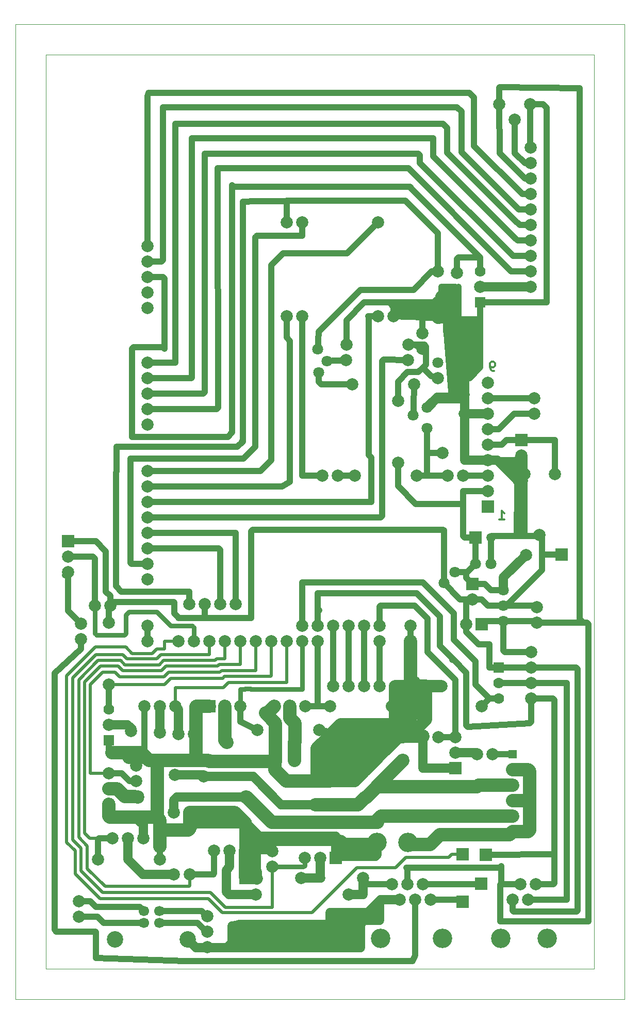
<source format=gbr>
G04 #@! TF.FileFunction,Copper,L1,Top,Signal*
%FSLAX46Y46*%
G04 Gerber Fmt 4.6, Leading zero omitted, Abs format (unit mm)*
G04 Created by KiCad (PCBNEW 4.0.7) date 03/29/18 17:50:05*
%MOMM*%
%LPD*%
G01*
G04 APERTURE LIST*
%ADD10C,0.150000*%
%ADD11C,0.300000*%
%ADD12C,0.100000*%
%ADD13C,1.800000*%
%ADD14C,2.000000*%
%ADD15R,2.000000X2.000000*%
%ADD16C,1.778000*%
%ADD17R,1.778000X1.778000*%
%ADD18C,1.524000*%
%ADD19C,1.500000*%
%ADD20C,2.200000*%
%ADD21C,1.700000*%
%ADD22C,2.700020*%
%ADD23C,3.200000*%
%ADD24R,1.397000X1.397000*%
%ADD25C,1.397000*%
%ADD26R,1.800000X1.800000*%
%ADD27C,1.000000*%
%ADD28C,1.500000*%
%ADD29C,2.200000*%
%ADD30C,2.000000*%
%ADD31C,0.750000*%
%ADD32C,0.500000*%
G04 APERTURE END LIST*
D10*
D11*
X99418828Y-101287971D02*
X100275971Y-101287971D01*
X99847399Y-101287971D02*
X99847399Y-99787971D01*
X99990256Y-100002257D01*
X100133114Y-100145114D01*
X100275971Y-100216543D01*
X98583714Y-76840471D02*
X98297999Y-76840471D01*
X98155142Y-76769043D01*
X98083714Y-76697614D01*
X97940856Y-76483329D01*
X97869428Y-76197614D01*
X97869428Y-75626186D01*
X97940856Y-75483329D01*
X98012285Y-75411900D01*
X98155142Y-75340471D01*
X98440856Y-75340471D01*
X98583714Y-75411900D01*
X98655142Y-75483329D01*
X98726571Y-75626186D01*
X98726571Y-75983329D01*
X98655142Y-76126186D01*
X98583714Y-76197614D01*
X98440856Y-76269043D01*
X98155142Y-76269043D01*
X98012285Y-76197614D01*
X97940856Y-76126186D01*
X97869428Y-75983329D01*
D12*
X115000000Y-25000000D02*
X25000000Y-25000000D01*
X115000000Y-175000000D02*
X115000000Y-25000000D01*
X25000000Y-175000000D02*
X115000000Y-175000000D01*
X25000000Y-25000000D02*
X25000000Y-175000000D01*
X20000000Y-180000000D02*
X20000000Y-20000000D01*
X120000000Y-180000000D02*
X20000000Y-180000000D01*
X120000000Y-20000000D02*
X120000000Y-180000000D01*
X20000000Y-20000000D02*
X120000000Y-20000000D01*
D13*
X89289780Y-75519860D03*
D14*
X103814000Y-107051000D03*
D15*
X109609780Y-107016460D03*
D14*
X64548000Y-52483000D03*
X67088000Y-52483000D03*
X41688000Y-85630000D03*
X41688000Y-83090000D03*
X41688000Y-80550000D03*
X41688000Y-78010000D03*
X41688000Y-75470000D03*
X41690000Y-66540000D03*
X41690000Y-64000000D03*
X41690000Y-61460000D03*
X41690000Y-58920000D03*
X41690000Y-56380000D03*
X41688000Y-118650000D03*
X41688000Y-121190000D03*
X69628000Y-121190000D03*
X67088000Y-121190000D03*
X64548000Y-121190000D03*
X62008000Y-121190000D03*
X59468000Y-121190000D03*
X56928000Y-121190000D03*
X54388000Y-121190000D03*
X51848000Y-121190000D03*
X49308000Y-121190000D03*
X46768000Y-121190000D03*
X72168000Y-118650000D03*
X74708000Y-118650000D03*
X77248000Y-118650000D03*
X79788000Y-118650000D03*
X84868000Y-121190000D03*
X84868000Y-118650000D03*
X89289780Y-60559860D03*
X89289780Y-65639860D03*
X89289780Y-68179860D03*
X104546400Y-63100200D03*
X104546400Y-60560200D03*
X104546400Y-58020200D03*
X104546400Y-55480200D03*
X104546400Y-52940200D03*
X104546400Y-50400200D03*
X104546400Y-47860200D03*
X104546400Y-45320200D03*
X104546400Y-42780200D03*
X104546400Y-40240200D03*
D16*
X96298000Y-60484000D03*
D14*
X96298000Y-63024000D03*
D17*
X96298000Y-65564000D03*
D14*
X41688000Y-111030000D03*
X41688000Y-108490000D03*
X41688000Y-105950000D03*
X41688000Y-103410000D03*
X41688000Y-100870000D03*
X41688000Y-98330000D03*
X41688000Y-95790000D03*
X41688000Y-93250000D03*
X104495600Y-33052000D03*
X101955600Y-35592000D03*
X99415600Y-33052000D03*
X64548000Y-67850000D03*
X67088000Y-67850000D03*
X79536180Y-52482660D03*
X79536180Y-67849660D03*
X82076180Y-67849660D03*
X74282300Y-75057000D03*
X84442300Y-75057000D03*
X75311000Y-79095600D03*
X85471000Y-79095600D03*
D15*
X97568000Y-99092000D03*
D14*
X97568000Y-96552000D03*
X97568000Y-94012000D03*
X97568000Y-91472000D03*
X97568000Y-88932000D03*
X97568000Y-86392000D03*
X97568000Y-83852000D03*
X97568000Y-81312000D03*
X97568000Y-78772000D03*
D13*
X69632360Y-73310320D03*
X71154180Y-75215660D03*
X69759360Y-77120320D03*
X87537180Y-86264660D03*
X85251180Y-84105660D03*
X87535000Y-82836000D03*
D14*
X72930000Y-94012000D03*
X70390000Y-94012000D03*
X90964000Y-94012000D03*
X93504000Y-94012000D03*
X90052318Y-90333499D03*
X93527242Y-80786221D03*
D15*
X103005780Y-88220460D03*
D14*
X103005780Y-90760460D03*
X105188000Y-83852000D03*
X105188000Y-81312000D03*
X92488000Y-60738000D03*
D18*
X92488000Y-70898000D03*
D15*
X95536000Y-104172000D03*
D19*
X98076000Y-104172000D03*
D13*
X95536000Y-108490000D03*
X98076000Y-108490000D03*
D14*
X72136000Y-128556000D03*
X74676000Y-128556000D03*
X77216000Y-128556000D03*
X79756000Y-128556000D03*
X82296000Y-128556000D03*
X84836000Y-128556000D03*
X87376000Y-128556000D03*
X89916000Y-128556000D03*
D13*
X100108000Y-112808000D03*
X100108000Y-115348000D03*
X100108000Y-117888000D03*
D15*
X95028000Y-111792000D03*
D14*
X95028000Y-114332000D03*
D13*
X90319974Y-111674026D03*
X92116026Y-109877974D03*
D15*
X96520000Y-118396000D03*
D14*
X93980000Y-118396000D03*
X105571180Y-118141660D03*
X105571180Y-115601660D03*
X75724000Y-94012000D03*
X85884000Y-94012000D03*
X48546000Y-115094000D03*
X51086000Y-115094000D03*
X53626000Y-115094000D03*
X56166000Y-115094000D03*
X104648000Y-122968000D03*
X104648000Y-125508000D03*
X104648000Y-128048000D03*
X104648000Y-130588000D03*
X67088000Y-118650000D03*
X69628000Y-118650000D03*
D16*
X99314000Y-130588000D03*
X99314000Y-128048000D03*
D17*
X99314000Y-125508000D03*
D14*
X86360000Y-131858000D03*
X96520000Y-131858000D03*
X67596000Y-131858000D03*
X65056000Y-131858000D03*
X62516000Y-131858000D03*
X46260000Y-131858000D03*
X43720000Y-131858000D03*
X41180000Y-131858000D03*
X35871400Y-153600400D03*
X38411400Y-153600400D03*
X40951400Y-153600400D03*
X35312600Y-142932400D03*
X35312600Y-145472400D03*
X35312600Y-148012400D03*
X52584600Y-155607000D03*
X55124600Y-155607000D03*
X57664600Y-155607000D03*
X56928000Y-131858000D03*
X54388000Y-131858000D03*
D15*
X51848000Y-131858000D03*
D14*
X67443600Y-156750000D03*
X69983600Y-156750000D03*
D15*
X72523600Y-156750000D03*
D16*
X35338000Y-132366000D03*
D14*
X35338000Y-134906000D03*
D17*
X35338000Y-137446000D03*
D14*
X71660000Y-131858000D03*
X81820000Y-131858000D03*
X59696600Y-135795000D03*
X69856600Y-135795000D03*
X50893502Y-143425702D03*
X43709298Y-136241498D03*
X35338000Y-128302000D03*
X35338000Y-118142000D03*
X46118302Y-143171702D03*
X38934098Y-135987498D03*
X45955200Y-159518600D03*
X45955200Y-149358600D03*
X66910200Y-160128200D03*
X77070200Y-160128200D03*
X33560000Y-157004000D03*
X43720000Y-157004000D03*
X39783000Y-141611600D03*
X39783000Y-144151600D03*
X65792600Y-140798800D03*
D20*
X83572600Y-140798800D03*
X69290262Y-148031495D03*
X54725738Y-137833305D03*
X40087800Y-146767800D03*
X57867800Y-146767800D03*
D14*
X49310180Y-136429660D03*
X46770180Y-136429660D03*
X62135000Y-155657800D03*
X62135000Y-158197800D03*
X48571400Y-159493200D03*
X48571400Y-149333200D03*
X59417200Y-162795200D03*
X74657200Y-162795200D03*
X92202000Y-136938000D03*
X92202000Y-139478000D03*
D15*
X92202000Y-142018000D03*
D21*
X43570000Y-165501000D03*
X41030000Y-165501000D03*
X41030000Y-167499980D03*
X43570000Y-167499980D03*
D22*
X48299480Y-170200000D03*
X36300520Y-170200000D03*
D23*
X90080000Y-170000000D03*
X79920000Y-170000000D03*
D14*
X81825000Y-161110000D03*
X84365000Y-161110000D03*
X86905000Y-161110000D03*
X83095000Y-163650000D03*
X85635000Y-163650000D03*
X88175000Y-163650000D03*
D24*
X101600000Y-139732000D03*
D25*
X101600000Y-142272000D03*
X101600000Y-144812000D03*
X101600000Y-147352000D03*
X101600000Y-149892000D03*
X101600000Y-152432000D03*
D23*
X107310000Y-170000000D03*
X99690000Y-170000000D03*
D14*
X101595000Y-163650000D03*
X105405000Y-161110000D03*
X102865000Y-161110000D03*
X104135000Y-163650000D03*
X28609180Y-109886660D03*
X28609180Y-107346660D03*
D15*
X28609180Y-104806660D03*
D14*
X86868000Y-136938000D03*
X89408000Y-136938000D03*
X98298000Y-139732000D03*
X95758000Y-139732000D03*
X33020000Y-115348000D03*
X35560000Y-115348000D03*
X30708600Y-120885200D03*
X30708600Y-118345200D03*
X79781400Y-121190000D03*
D15*
X93400000Y-156200000D03*
X93400000Y-164000000D03*
X96400000Y-161000000D03*
X97189180Y-156241660D03*
D14*
X30400000Y-166470000D03*
X30400000Y-163930000D03*
X51460400Y-171475400D03*
X51460400Y-168935400D03*
X51460400Y-166395400D03*
X89289780Y-78059860D03*
X74320400Y-72580500D03*
X84480400Y-72580500D03*
X82804000Y-91948000D03*
X82804000Y-81788000D03*
X86749780Y-73259860D03*
X86749780Y-70719860D03*
D15*
X57759600Y-160058100D03*
D26*
X56616600Y-167944800D03*
D23*
X79350000Y-154290000D03*
X84430000Y-154290000D03*
D14*
X108513780Y-93808460D03*
X106013780Y-103808460D03*
X103513780Y-93808460D03*
D27*
X41688000Y-78010000D02*
X48853320Y-78010000D01*
X88569800Y-38732480D02*
X88569800Y-41637200D01*
X88527780Y-38690460D02*
X88569800Y-38732480D01*
X48903780Y-38690460D02*
X88527780Y-38690460D01*
X48903780Y-77959540D02*
X48903780Y-38690460D01*
X48853320Y-78010000D02*
X48903780Y-77959540D01*
X102396180Y-94900660D02*
X102396180Y-100006060D01*
X102243780Y-100158460D02*
X102243780Y-103918000D01*
X102396180Y-100006060D02*
X102243780Y-100158460D01*
X103513780Y-93808460D02*
X103513780Y-103513780D01*
X103513780Y-103513780D02*
X103918000Y-103918000D01*
X102902000Y-95406480D02*
X102902000Y-103918000D01*
X103005780Y-103714460D02*
X103005780Y-103918000D01*
X103005780Y-103814220D02*
X103005780Y-103714460D01*
X102902000Y-103918000D02*
X103005780Y-103814220D01*
X102902000Y-90710000D02*
X103209320Y-90710000D01*
X103209320Y-90710000D02*
X103513780Y-91014460D01*
X103513780Y-91014460D02*
X103513780Y-93808460D01*
X105442000Y-88170000D02*
X108543320Y-88170000D01*
X102902000Y-88170000D02*
X105442000Y-88170000D01*
X108513780Y-88199540D02*
X108513780Y-93808460D01*
X108543320Y-88170000D02*
X108513780Y-88199540D01*
X106458000Y-107016460D02*
X109609780Y-107016460D01*
D28*
X102902000Y-93122660D02*
X102902000Y-95406480D01*
X102902000Y-95406480D02*
X103407820Y-94900660D01*
X102902000Y-90710000D02*
X102902000Y-93122660D01*
X102902000Y-93122660D02*
X102902000Y-94394840D01*
X102902000Y-94394840D02*
X102396180Y-94900660D01*
X102396180Y-94900660D02*
X102396180Y-94776180D01*
X102396180Y-94776180D02*
X99092000Y-91472000D01*
X99092000Y-91472000D02*
X97568000Y-91472000D01*
X100108000Y-112808000D02*
X100108000Y-110757000D01*
X100108000Y-110757000D02*
X103814000Y-107051000D01*
X43709298Y-136241498D02*
X43709298Y-131868702D01*
X43709298Y-131868702D02*
X43720000Y-131858000D01*
X46770180Y-136429660D02*
X46770180Y-132368180D01*
X46770180Y-132368180D02*
X46260000Y-131858000D01*
D27*
X35871400Y-153600400D02*
X33687000Y-153600400D01*
X33687000Y-153600400D02*
X33560000Y-153727400D01*
X33560000Y-153727400D02*
X33560000Y-157004000D01*
X48571400Y-159493200D02*
X52457600Y-159493200D01*
X52457600Y-159493200D02*
X52584600Y-159366200D01*
X52584600Y-159366200D02*
X52584600Y-155607000D01*
X41688000Y-93250000D02*
X60231840Y-93250000D01*
X74456180Y-57562660D02*
X79536180Y-52482660D01*
X63915180Y-57562660D02*
X74456180Y-57562660D01*
X62010180Y-59467660D02*
X63915180Y-57562660D01*
X62010180Y-91471660D02*
X62010180Y-59467660D01*
X60231840Y-93250000D02*
X62010180Y-91471660D01*
X59343180Y-88169660D02*
X59343180Y-89312660D01*
X59343180Y-63783480D02*
X59343180Y-88169660D01*
X59343180Y-89312660D02*
X57438180Y-91217660D01*
X59343180Y-63783480D02*
X59343180Y-54895660D01*
X59597180Y-54641660D02*
X62772180Y-54641660D01*
X36610180Y-89312660D02*
X36610180Y-93376660D01*
X36610180Y-93376660D02*
X36483180Y-93503660D01*
X36483180Y-112172660D02*
X36483180Y-93503660D01*
X37372520Y-113062000D02*
X36483180Y-112172660D01*
X48546000Y-113062000D02*
X37372520Y-113062000D01*
X48546000Y-115094000D02*
X48546000Y-113062000D01*
X56422180Y-89312660D02*
X36610180Y-89312660D01*
X56422180Y-89312660D02*
X57311180Y-88423660D01*
X38896180Y-108362660D02*
X39023520Y-108490000D01*
X41688000Y-108490000D02*
X39023520Y-108490000D01*
X57438180Y-91217660D02*
X38896180Y-91217660D01*
X38896180Y-91217660D02*
X38896180Y-108362660D01*
X59343180Y-63783480D02*
X59345360Y-63785660D01*
X64548000Y-67850000D02*
X64548000Y-71403480D01*
X64548000Y-71403480D02*
X65058180Y-71913660D01*
X67088000Y-54641660D02*
X62772180Y-54641660D01*
X67088000Y-52483000D02*
X67088000Y-54641660D01*
X62772180Y-54641660D02*
X61756180Y-54641660D01*
X57311180Y-88423660D02*
X57186360Y-88423660D01*
X57186360Y-88423660D02*
X57311180Y-88423660D01*
X57311180Y-49054000D02*
X57311180Y-88423660D01*
X64548000Y-49051480D02*
X64548000Y-48926660D01*
X64548000Y-48926660D02*
X64548000Y-52483000D01*
X59468000Y-49051480D02*
X57311180Y-49054000D01*
X59468000Y-49051480D02*
X64548000Y-49051480D01*
X35560000Y-115348000D02*
X35560000Y-113789480D01*
X33181180Y-104806660D02*
X28609180Y-104806660D01*
X34832180Y-106457660D02*
X33181180Y-104806660D01*
X34832180Y-113061660D02*
X34832180Y-106457660D01*
X35560000Y-113789480D02*
X34832180Y-113061660D01*
X28609180Y-109886660D02*
X28609180Y-116245780D01*
X28609180Y-116245780D02*
X30708600Y-118345200D01*
X33020000Y-115348000D02*
X33020000Y-107693480D01*
X32673180Y-107346660D02*
X28609180Y-107346660D01*
X33020000Y-107693480D02*
X32673180Y-107346660D01*
X82076180Y-66325660D02*
X82736580Y-66325660D01*
X82736580Y-66325660D02*
X82939780Y-66528860D01*
X82076180Y-67849660D02*
X82076180Y-66325660D01*
X82076180Y-66325660D02*
X81390380Y-65639860D01*
X79536180Y-67849660D02*
X77885180Y-67849660D01*
X77952600Y-68399680D02*
X77952600Y-90639900D01*
X78397100Y-91084400D02*
X78397100Y-98330000D01*
X77952600Y-90639900D02*
X78397100Y-91084400D01*
X78397100Y-98330000D02*
X41942000Y-98330000D01*
X77952600Y-67917080D02*
X77952600Y-68399680D01*
X77885180Y-67849660D02*
X77952600Y-67917080D01*
X89289780Y-60559860D02*
X88349980Y-60559860D01*
X69755000Y-70391840D02*
X69632360Y-73310320D01*
X76615180Y-63531660D02*
X69755000Y-70391840D01*
X85378180Y-63531660D02*
X76615180Y-63531660D01*
X88349980Y-60559860D02*
X85378180Y-63531660D01*
X89289780Y-60559860D02*
X89289780Y-54235260D01*
X83981180Y-48926660D02*
X64677180Y-48926660D01*
X89289780Y-54235260D02*
X83981180Y-48926660D01*
X82177780Y-67290860D02*
X88400780Y-67290860D01*
X88400780Y-67290860D02*
X89289780Y-68179860D01*
X82939780Y-66528860D02*
X89238860Y-66528860D01*
X89238860Y-66528860D02*
X89350000Y-66640000D01*
X82076180Y-67849660D02*
X89289780Y-68179860D01*
X82076180Y-67849660D02*
X82177780Y-67290860D01*
X82177780Y-67290860D02*
X82939780Y-66528860D01*
X82939780Y-66528860D02*
X83828780Y-65639860D01*
X74320400Y-72580500D02*
X74320400Y-68544240D01*
X74320400Y-68544240D02*
X77224780Y-65639860D01*
X77224780Y-65639860D02*
X81390380Y-65639860D01*
X81390380Y-65639860D02*
X83828780Y-65639860D01*
X83828780Y-65639860D02*
X89289780Y-65639860D01*
X89289780Y-68179860D02*
X86749780Y-68179860D01*
X86749780Y-68179860D02*
X86749780Y-70719860D01*
X85479780Y-72580500D02*
X86749780Y-73259860D01*
X90052318Y-90333499D02*
X87535000Y-90333499D01*
D28*
X93527242Y-80786221D02*
X93516141Y-80786221D01*
X93516141Y-80786221D02*
X92659200Y-79929280D01*
X92659200Y-79929280D02*
X92659200Y-77756000D01*
X84430000Y-154290000D02*
X87760800Y-154290000D01*
X87760800Y-154290000D02*
X88036400Y-154565600D01*
X73793600Y-154565600D02*
X76623800Y-154565600D01*
X76623800Y-154565600D02*
X77849100Y-155790900D01*
X79350000Y-154290000D02*
X74069200Y-154290000D01*
D29*
X73793600Y-154565600D02*
X73285600Y-154057600D01*
D28*
X74069200Y-154290000D02*
X73793600Y-154565600D01*
X79350000Y-154290000D02*
X79350000Y-156273100D01*
X79350000Y-156273100D02*
X79121000Y-156502100D01*
D27*
X89289780Y-78059860D02*
X88190000Y-77674400D01*
X88190000Y-77674400D02*
X86868000Y-76352400D01*
X87535000Y-82836000D02*
X87535000Y-82495000D01*
X87535000Y-82495000D02*
X89140000Y-80890000D01*
X89140000Y-80890000D02*
X93758000Y-80890000D01*
X90710000Y-69690000D02*
X91535780Y-80225860D01*
X91535780Y-80225860D02*
X91789780Y-80479860D01*
X87535000Y-82836000D02*
X88044000Y-82836000D01*
X88044000Y-82836000D02*
X89190000Y-81690000D01*
X89190000Y-81690000D02*
X93758000Y-81690000D01*
D30*
X89289780Y-68179860D02*
X90710000Y-68000000D01*
X90710000Y-68000000D02*
X89350000Y-66640000D01*
X89350000Y-66640000D02*
X89340000Y-66640000D01*
X89289780Y-65639860D02*
X89948000Y-65460000D01*
X89948000Y-65460000D02*
X89948000Y-64706500D01*
D27*
X41690000Y-61460000D02*
X44210000Y-61460000D01*
X44482000Y-65310000D02*
X44482000Y-73184000D01*
X44482000Y-73184000D02*
X44228000Y-72930000D01*
X44228000Y-72930000D02*
X39402000Y-72930000D01*
X39402000Y-72930000D02*
X39148000Y-73184000D01*
X39148000Y-73184000D02*
X39148000Y-87662000D01*
X44482000Y-61732000D02*
X44482000Y-65310000D01*
X44210000Y-61460000D02*
X44482000Y-61732000D01*
X41690000Y-58920000D02*
X43960000Y-58920000D01*
X102641400Y-50400200D02*
X101879400Y-49638200D01*
X93199200Y-40958000D02*
X93199200Y-34271200D01*
X44228000Y-33560000D02*
X92488000Y-33560000D01*
X44194000Y-58686000D02*
X44228000Y-33560000D01*
X101879400Y-49638200D02*
X93199200Y-40958000D01*
X93199200Y-34271200D02*
X92488000Y-33560000D01*
X102641400Y-50400200D02*
X104546400Y-50400200D01*
X43960000Y-58920000D02*
X44194000Y-58686000D01*
X75311000Y-79095600D02*
X70180200Y-79095600D01*
X70180200Y-79095600D02*
X69755000Y-78670400D01*
X84480400Y-72580500D02*
X84264500Y-72580500D01*
X84480400Y-72580500D02*
X85479780Y-72580500D01*
X85479780Y-72580500D02*
X87096600Y-72580500D01*
X87096600Y-72580500D02*
X87401400Y-72885300D01*
X104546400Y-52940200D02*
X102768400Y-52940200D01*
X90862400Y-36989000D02*
X90202000Y-36328600D01*
X101955600Y-52127400D02*
X90862400Y-41034200D01*
X46260000Y-36328600D02*
X90202000Y-36328600D01*
X46260000Y-75470000D02*
X41688000Y-75470000D01*
X46260000Y-75470000D02*
X46260000Y-36328600D01*
X90862400Y-41034200D02*
X90862400Y-36989000D01*
X102768400Y-52940200D02*
X101955600Y-52127400D01*
X104546400Y-55480200D02*
X102412800Y-55480200D01*
X102069900Y-55137300D02*
X88569800Y-41637200D01*
X102412800Y-55480200D02*
X102069900Y-55137300D01*
X104546400Y-60560200D02*
X101390700Y-60560200D01*
X99606100Y-58775600D02*
X99606100Y-58769500D01*
X101390700Y-60560200D02*
X99606100Y-58775600D01*
D30*
X59436000Y-160058100D02*
X59436000Y-159067500D01*
X59436000Y-159067500D02*
X59283600Y-158915100D01*
X57759600Y-160058100D02*
X59436000Y-160058100D01*
X59436000Y-160058100D02*
X59588400Y-160210500D01*
X57664600Y-155607000D02*
X57664600Y-159963100D01*
X57664600Y-159963100D02*
X57759600Y-160058100D01*
X57759600Y-160058100D02*
X58140600Y-160058100D01*
X58140600Y-160058100D02*
X59283600Y-158915100D01*
X59283600Y-158915100D02*
X59283600Y-155674378D01*
D31*
X37846000Y-120174000D02*
X38100000Y-119920000D01*
X56928000Y-129064000D02*
X57676800Y-129064000D01*
X58572400Y-129057400D02*
X58572400Y-129064000D01*
X57683400Y-129057400D02*
X58572400Y-129057400D01*
X57676800Y-129064000D02*
X57683400Y-129057400D01*
D27*
X62135000Y-154863800D02*
X57715400Y-154863800D01*
X57715400Y-154825700D02*
X57664600Y-155607000D01*
X57715400Y-154863800D02*
X57715400Y-154825700D01*
X62135000Y-155657800D02*
X62135000Y-154863800D01*
X62135000Y-154863800D02*
X62135000Y-154831800D01*
X62135000Y-154831800D02*
X62909200Y-154057600D01*
X72523600Y-155790900D02*
X77849100Y-155790900D01*
X77849100Y-155790900D02*
X78409800Y-155790900D01*
X78409800Y-155790900D02*
X79121000Y-156502100D01*
X79121000Y-156502100D02*
X79121000Y-156750000D01*
X72523600Y-156750000D02*
X79121000Y-156750000D01*
X79121000Y-156750000D02*
X79089000Y-156750000D01*
X79089000Y-156750000D02*
X79121000Y-156718000D01*
D32*
X76047600Y-158369000D02*
X82423000Y-158369000D01*
X82423000Y-158369000D02*
X84099400Y-156692600D01*
D30*
X83547200Y-134982200D02*
X82302100Y-134982200D01*
X82302100Y-134982200D02*
X79286100Y-137998200D01*
X72168000Y-136252200D02*
X80854800Y-136252200D01*
X80854800Y-136252200D02*
X82219800Y-137617200D01*
X79286100Y-137998200D02*
X72796400Y-137998200D01*
X72796400Y-137998200D02*
X71609200Y-136811000D01*
X79286100Y-137998200D02*
X80562450Y-139274550D01*
X69551800Y-138868400D02*
X78251300Y-138868400D01*
X78251300Y-138868400D02*
X79609950Y-140227050D01*
X69551800Y-140055600D02*
X77190600Y-140055600D01*
X77190600Y-140055600D02*
X78486000Y-141351000D01*
X69551800Y-142836900D02*
X75895200Y-142836900D01*
X75933300Y-142798800D02*
X75933300Y-143903700D01*
X75895200Y-142836900D02*
X75933300Y-142798800D01*
X69551800Y-141611600D02*
X76232000Y-141611600D01*
X76232000Y-141611600D02*
X77228700Y-142608300D01*
X71558400Y-144177000D02*
X75660000Y-144177000D01*
X75660000Y-144177000D02*
X75933300Y-143903700D01*
D29*
X71558400Y-144177000D02*
X69551800Y-144177000D01*
D30*
X75933300Y-143903700D02*
X77228700Y-142608300D01*
X77228700Y-142608300D02*
X78486000Y-141351000D01*
X78486000Y-141351000D02*
X79609950Y-140227050D01*
X79609950Y-140227050D02*
X80562450Y-139274550D01*
X80562450Y-139274550D02*
X82219800Y-137617200D01*
X82219800Y-137617200D02*
X82974677Y-136862323D01*
D29*
X82974677Y-136862323D02*
X84659030Y-136828970D01*
D28*
X76790550Y-166820850D02*
X72675750Y-166820850D01*
X72675750Y-166820850D02*
X71628000Y-165773100D01*
X77851000Y-165760400D02*
X71640700Y-165760400D01*
X71640700Y-165760400D02*
X71628000Y-165773100D01*
X71628000Y-165773100D02*
X71628000Y-167944800D01*
X79800000Y-166014400D02*
X78638400Y-166014400D01*
X78613000Y-166039800D02*
X78613000Y-164998400D01*
X78638400Y-166014400D02*
X78613000Y-166039800D01*
X76055200Y-167944800D02*
X76055200Y-167556200D01*
X76055200Y-167556200D02*
X76790550Y-166820850D01*
X76790550Y-166820850D02*
X77851000Y-165760400D01*
X78613000Y-164998400D02*
X77851000Y-165760400D01*
X79800000Y-163811400D02*
X78613000Y-164998400D01*
X79800000Y-163811400D02*
X79800000Y-163800000D01*
X55575200Y-167944800D02*
X55575200Y-170637200D01*
X54712400Y-171500000D02*
X54635400Y-171500000D01*
X55575200Y-170637200D02*
X54712400Y-171500000D01*
X54635400Y-171500000D02*
X54635400Y-171500000D01*
X55575200Y-167944800D02*
X56616600Y-167944800D01*
X56616600Y-170535600D02*
X76264400Y-170535600D01*
X76264400Y-170535600D02*
X76600000Y-170200000D01*
X56616600Y-169545000D02*
X76600000Y-169545000D01*
X76600000Y-169545000D02*
X76600000Y-170200000D01*
D30*
X56616600Y-167944800D02*
X71628000Y-167944800D01*
X71628000Y-167944800D02*
X76055200Y-167944800D01*
X76055200Y-167944800D02*
X76600000Y-167400000D01*
X56616600Y-167944800D02*
X56616600Y-170535600D01*
X56616600Y-170535600D02*
X56616600Y-169545000D01*
X56616600Y-169545000D02*
X56616600Y-170611800D01*
D32*
X68649600Y-165767000D02*
X76047600Y-158369000D01*
X68173600Y-165767000D02*
X68649600Y-165767000D01*
X91577000Y-156200000D02*
X93400000Y-156200000D01*
X91084400Y-156692600D02*
X91577000Y-156200000D01*
X84099400Y-156692600D02*
X91084400Y-156692600D01*
X84574900Y-158400000D02*
X84365000Y-158400000D01*
D27*
X93758000Y-78016600D02*
X94538300Y-78016600D01*
X94538300Y-78016600D02*
X96298000Y-76256900D01*
X96298000Y-70898000D02*
X96298000Y-76256900D01*
X96298000Y-76256900D02*
X95402400Y-77152500D01*
X95402400Y-77152500D02*
X95402400Y-71589900D01*
X95402400Y-71589900D02*
X94202500Y-70390000D01*
D28*
X93758000Y-84106000D02*
X93758000Y-81690000D01*
X93758000Y-81690000D02*
X93758000Y-80890000D01*
X93758000Y-80890000D02*
X93758000Y-81527900D01*
X93758000Y-81527900D02*
X93758000Y-80003900D01*
X93758000Y-80003900D02*
X93758000Y-79305400D01*
X93758000Y-79305400D02*
X93758000Y-78016600D01*
X93758000Y-78016600D02*
X93497400Y-77756000D01*
X93758000Y-91472000D02*
X93758000Y-84106000D01*
X93758000Y-84106000D02*
X93504000Y-83852000D01*
X97568000Y-91472000D02*
X93758000Y-91472000D01*
X97568000Y-83852000D02*
X93504000Y-83852000D01*
D27*
X91789780Y-80479860D02*
X90964000Y-71952100D01*
X91789780Y-80479860D02*
X90964000Y-71406000D01*
X90964000Y-71406000D02*
X91472000Y-70898000D01*
X91846980Y-80375860D02*
X91897200Y-71488800D01*
X91897200Y-71488800D02*
X92488000Y-70898000D01*
X92659200Y-77756000D02*
X92659200Y-71069200D01*
X92659200Y-71069200D02*
X92488000Y-70898000D01*
X93497400Y-77756000D02*
X93497400Y-71272900D01*
X93497400Y-71272900D02*
X93872300Y-70898000D01*
X94411800Y-77756000D02*
X94411800Y-71437500D01*
X94411800Y-71437500D02*
X93872300Y-70898000D01*
X93872300Y-70898000D02*
X93758000Y-70898000D01*
X82804000Y-91948000D02*
X82804000Y-95783400D01*
X85699600Y-98679000D02*
X93504000Y-98679000D01*
X82804000Y-95783400D02*
X85699600Y-98679000D01*
X87401400Y-72885300D02*
X87401400Y-75819000D01*
X87401400Y-75819000D02*
X86868000Y-76352400D01*
X82804000Y-81788000D02*
X82804000Y-78625700D01*
X82804000Y-78625700D02*
X84353400Y-77076300D01*
X84353400Y-77076300D02*
X86144100Y-77076300D01*
X86144100Y-77076300D02*
X86868000Y-76352400D01*
X112649000Y-114033300D02*
X112649000Y-117602000D01*
X112649000Y-117602000D02*
X113189000Y-118142000D01*
X79536180Y-67849660D02*
X79244080Y-67849660D01*
X93421200Y-77756000D02*
X93497400Y-77756000D01*
X93497400Y-77756000D02*
X94411800Y-77756000D01*
D30*
X89289780Y-68179860D02*
X89289780Y-65639860D01*
X84836000Y-128556000D02*
X84836000Y-131858000D01*
X84175600Y-131902200D02*
X84175600Y-131858000D01*
X84791800Y-131902200D02*
X84175600Y-131902200D01*
X84836000Y-131858000D02*
X84791800Y-131902200D01*
X84836000Y-128556000D02*
X84836000Y-129387600D01*
X82296000Y-131927600D02*
X81820000Y-131858000D01*
X84836000Y-129387600D02*
X82296000Y-131927600D01*
X82296000Y-128556000D02*
X83058000Y-128556000D01*
X83058000Y-128556000D02*
X86360000Y-131858000D01*
X82296000Y-133070600D02*
X86334600Y-133070600D01*
X86334600Y-133070600D02*
X87376000Y-134112000D01*
X87376000Y-128556000D02*
X87376000Y-134112000D01*
X87376000Y-134112000D02*
X84659030Y-136828970D01*
X82296000Y-128556000D02*
X89916000Y-128556000D01*
X82296000Y-128556000D02*
X82296000Y-133070600D01*
X82296000Y-133070600D02*
X82296000Y-133731000D01*
X83547200Y-134982200D02*
X84106000Y-134982200D01*
X82296000Y-133731000D02*
X83547200Y-134982200D01*
D27*
X82296000Y-128556000D02*
X84836000Y-128556000D01*
X51460400Y-168935400D02*
X51308000Y-168935400D01*
X49872580Y-167499980D02*
X43570000Y-167499980D01*
X51308000Y-168935400D02*
X49872580Y-167499980D01*
X51460400Y-166395400D02*
X51435000Y-166395400D01*
X50540600Y-165501000D02*
X43570000Y-165501000D01*
X51435000Y-166395400D02*
X50540600Y-165501000D01*
X30400000Y-163930000D02*
X32281800Y-163930000D01*
X40349600Y-164820600D02*
X41030000Y-165501000D01*
X33172400Y-164820600D02*
X40349600Y-164820600D01*
X32281800Y-163930000D02*
X33172400Y-164820600D01*
X41030000Y-167499980D02*
X34480180Y-167499980D01*
X33450200Y-166470000D02*
X30400000Y-166470000D01*
X34480180Y-167499980D02*
X33450200Y-166470000D01*
D28*
X76600000Y-171500000D02*
X57504800Y-171500000D01*
X76600000Y-171500000D02*
X76600000Y-170200000D01*
X57504800Y-171500000D02*
X54635400Y-171500000D01*
X54635400Y-171500000D02*
X49600000Y-171500000D01*
X48300000Y-170200000D02*
X49600000Y-171500000D01*
X48299480Y-170200000D02*
X48300000Y-170200000D01*
X76600000Y-167500000D02*
X76600000Y-167400000D01*
X76600000Y-167500000D02*
X76600000Y-170200000D01*
D27*
X33200000Y-173200000D02*
X33200000Y-169000000D01*
X47800000Y-173700000D02*
X33200000Y-173200000D01*
X85635000Y-163650000D02*
X85635000Y-172765000D01*
X85200000Y-173700000D02*
X85635000Y-172765000D01*
X47800000Y-173700000D02*
X85200000Y-173700000D01*
X26400000Y-168600000D02*
X26400000Y-159301200D01*
X26700000Y-168900000D02*
X26400000Y-168600000D01*
X33100000Y-168900000D02*
X26700000Y-168900000D01*
X33200000Y-169000000D02*
X33100000Y-168900000D01*
X26400000Y-154714800D02*
X26400000Y-159301200D01*
X30708600Y-120885200D02*
X30708600Y-122460000D01*
X26400000Y-126470000D02*
X26400000Y-154714800D01*
X30708600Y-122460000D02*
X26400000Y-126470000D01*
D28*
X76600000Y-167400000D02*
X77000000Y-167000000D01*
D27*
X79950000Y-163650000D02*
X79800000Y-163800000D01*
D28*
X79950000Y-163650000D02*
X83095000Y-163650000D01*
D27*
X77000000Y-167000000D02*
X76600000Y-167400000D01*
D28*
X79800000Y-167000000D02*
X77000000Y-167000000D01*
X79800000Y-163800000D02*
X79800000Y-166014400D01*
X79800000Y-166014400D02*
X79800000Y-167000000D01*
D27*
X88175000Y-163650000D02*
X93050000Y-163650000D01*
X93050000Y-163650000D02*
X93400000Y-164000000D01*
X97189180Y-156241660D02*
X108458000Y-156200000D01*
X86905000Y-161110000D02*
X96510000Y-161110000D01*
X96510000Y-161110000D02*
X96600000Y-161200000D01*
X99710000Y-161110000D02*
X99710000Y-158110000D01*
X99710000Y-158110000D02*
X99420000Y-158400000D01*
X99420000Y-158400000D02*
X84200000Y-158400000D01*
X84200000Y-158400000D02*
X84365000Y-158565000D01*
X84365000Y-158565000D02*
X84365000Y-158400000D01*
X84365000Y-158400000D02*
X84365000Y-161110000D01*
X85635000Y-163650000D02*
X85635000Y-166635000D01*
X81825000Y-161110000D02*
X77070200Y-161110000D01*
X112268000Y-164116000D02*
X112268000Y-165468000D01*
X101595000Y-165405000D02*
X101790000Y-165600000D01*
X112014000Y-125508000D02*
X112268000Y-125762000D01*
X104648000Y-125508000D02*
X112014000Y-125508000D01*
X112268000Y-125762000D02*
X112268000Y-164116000D01*
X101790000Y-165600000D02*
X112136000Y-165600000D01*
X101595000Y-165405000D02*
X101595000Y-163650000D01*
X112268000Y-165468000D02*
X112136000Y-165600000D01*
X105305000Y-161110000D02*
X108310000Y-161110000D01*
X108204000Y-130588000D02*
X108458000Y-130842000D01*
X108458000Y-130842000D02*
X108458000Y-156200000D01*
X108458000Y-156200000D02*
X108458000Y-159925000D01*
X108204000Y-130588000D02*
X104648000Y-130588000D01*
X108458000Y-160962000D02*
X108458000Y-159925000D01*
X108310000Y-161110000D02*
X108458000Y-160962000D01*
X100200000Y-161110000D02*
X99710000Y-161110000D01*
X99600000Y-161220000D02*
X99600000Y-167200000D01*
X99710000Y-161110000D02*
X99600000Y-161220000D01*
X112600000Y-167200000D02*
X99600000Y-167200000D01*
X113792000Y-118142000D02*
X114046000Y-118396000D01*
X114046000Y-118396000D02*
X114017760Y-140999361D01*
X113792000Y-118142000D02*
X113189000Y-118142000D01*
X114017760Y-166148000D02*
X114017760Y-166402000D01*
X114017760Y-140999361D02*
X114017760Y-166148000D01*
X114017760Y-166402000D02*
X114017760Y-167200000D01*
X112600000Y-167200000D02*
X114017760Y-167200000D01*
X113189000Y-118142000D02*
X105571180Y-118141660D01*
X100110000Y-161110000D02*
X100200000Y-161110000D01*
X100200000Y-161110000D02*
X102765000Y-161110000D01*
X110490000Y-163650000D02*
X110490000Y-162846000D01*
X104035000Y-163650000D02*
X109000000Y-163650000D01*
X110490000Y-128048000D02*
X110490000Y-158782000D01*
X110490000Y-128048000D02*
X104648000Y-128048000D01*
X110490000Y-162846000D02*
X110490000Y-158782000D01*
X109000000Y-163650000D02*
X110490000Y-163650000D01*
X95282000Y-39967400D02*
X95282000Y-32017200D01*
X103174800Y-47860200D02*
X95282000Y-39967400D01*
X104546400Y-47860200D02*
X103174800Y-47860200D01*
X94513400Y-31248600D02*
X89357200Y-31248600D01*
X95282000Y-32017200D02*
X94513400Y-31248600D01*
X56896000Y-46641000D02*
X84759800Y-46641000D01*
X55533180Y-46666400D02*
X56896000Y-46641000D01*
X84963000Y-46844200D02*
X84963000Y-46863000D01*
X84759800Y-46641000D02*
X84963000Y-46844200D01*
X54838600Y-87662000D02*
X54896000Y-87662000D01*
X54896000Y-87662000D02*
X55533180Y-86925400D01*
X84963000Y-46863000D02*
X96298000Y-58198000D01*
X28101180Y-110394660D02*
X28609180Y-109886660D01*
X92202000Y-136938000D02*
X92202000Y-127540000D01*
X79788000Y-115519200D02*
X79788000Y-118650000D01*
X79908400Y-115398800D02*
X79788000Y-115519200D01*
X85521800Y-115398800D02*
X79908400Y-115398800D01*
X87630000Y-117507000D02*
X85521800Y-115398800D01*
X87630000Y-122968000D02*
X87630000Y-117507000D01*
X92202000Y-127540000D02*
X87630000Y-122968000D01*
X79781400Y-121190000D02*
X79781400Y-128530600D01*
X79781400Y-128530600D02*
X79756000Y-128556000D01*
X91948000Y-124238000D02*
X89662000Y-121952000D01*
X69628000Y-113348000D02*
X69628000Y-118650000D01*
X69596000Y-113316000D02*
X69628000Y-113348000D01*
X85852000Y-113316000D02*
X69596000Y-113316000D01*
X89662000Y-117126000D02*
X85852000Y-113316000D01*
X89662000Y-121952000D02*
X89662000Y-117126000D01*
X67088000Y-114332000D02*
X67088000Y-111570000D01*
X67088000Y-118650000D02*
X67088000Y-114332000D01*
X91948000Y-120936000D02*
X93726000Y-122714000D01*
X91948000Y-116618000D02*
X91948000Y-120936000D01*
X86868000Y-111538000D02*
X91948000Y-116618000D01*
X67120000Y-111538000D02*
X86868000Y-111538000D01*
X67088000Y-111570000D02*
X67120000Y-111538000D01*
D31*
X49308000Y-121190000D02*
X49308000Y-118936000D01*
X33020000Y-119920000D02*
X33020000Y-115348000D01*
D32*
X33274000Y-120174000D02*
X33020000Y-119920000D01*
D31*
X37846000Y-120174000D02*
X33274000Y-120174000D01*
X38100000Y-116872000D02*
X38100000Y-119920000D01*
X38608000Y-116364000D02*
X38100000Y-116872000D01*
X43180000Y-116364000D02*
X38608000Y-116364000D01*
X45466000Y-118650000D02*
X43180000Y-116364000D01*
X49022000Y-118650000D02*
X45466000Y-118650000D01*
D32*
X49308000Y-118936000D02*
X49022000Y-118650000D01*
D27*
X43180000Y-114814600D02*
X37236400Y-114814600D01*
X37236400Y-114814600D02*
X36093400Y-114814600D01*
X36093400Y-114814600D02*
X35560000Y-115348000D01*
X94234000Y-135261600D02*
X104394000Y-134652000D01*
X91948000Y-124238000D02*
X93980000Y-126371600D01*
X93980000Y-126371600D02*
X93980000Y-135007600D01*
X93980000Y-135007600D02*
X94234000Y-135261600D01*
X104648000Y-130588000D02*
X104648000Y-134398000D01*
X69628000Y-115856000D02*
X69882000Y-116110000D01*
X69628000Y-115856000D02*
X69628000Y-118650000D01*
X91726000Y-124238000D02*
X91948000Y-124238000D01*
X104394000Y-134652000D02*
X104648000Y-134398000D01*
D29*
X101600000Y-142272000D02*
X104140000Y-142272000D01*
X104394000Y-142526000D02*
X104394000Y-147352000D01*
X104140000Y-142272000D02*
X104394000Y-142526000D01*
X101600000Y-152432000D02*
X104140000Y-152432000D01*
X104394000Y-147352000D02*
X101600000Y-147352000D01*
X104394000Y-152178000D02*
X104394000Y-147352000D01*
X104140000Y-152432000D02*
X104394000Y-152178000D01*
X88392000Y-154210000D02*
X89662000Y-152940000D01*
X88036400Y-154565600D02*
X88392000Y-154210000D01*
X84328000Y-154565600D02*
X88036400Y-154565600D01*
X101092000Y-152940000D02*
X101600000Y-152432000D01*
X89662000Y-152940000D02*
X101092000Y-152940000D01*
X101600000Y-149892000D02*
X79991200Y-149892000D01*
X79991200Y-149892000D02*
X78975200Y-150908000D01*
X101600000Y-144812000D02*
X96012000Y-144812000D01*
X95758000Y-145066000D02*
X79940400Y-145066000D01*
X96012000Y-144812000D02*
X95758000Y-145066000D01*
D27*
X98298000Y-139732000D02*
X101600000Y-139732000D01*
D29*
X79940400Y-145066000D02*
X79622900Y-144748500D01*
D28*
X92202000Y-142018000D02*
X86868000Y-142018000D01*
X86868000Y-142018000D02*
X86868000Y-136938000D01*
X92202000Y-139478000D02*
X95504000Y-139478000D01*
X95504000Y-139478000D02*
X95758000Y-139732000D01*
D27*
X92202000Y-136938000D02*
X89408000Y-136938000D01*
X95504000Y-127794000D02*
X95504000Y-128302000D01*
X93726000Y-122714000D02*
X95504000Y-124492000D01*
X95504000Y-124492000D02*
X95504000Y-125000000D01*
X95504000Y-125000000D02*
X95504000Y-127794000D01*
X95504000Y-128302000D02*
X97790000Y-130588000D01*
X99314000Y-130588000D02*
X97790000Y-130588000D01*
X97790000Y-130588000D02*
X96520000Y-131858000D01*
X99314000Y-128048000D02*
X104648000Y-128048000D01*
X104648000Y-122968000D02*
X100330000Y-122968000D01*
X100108000Y-122746000D02*
X100108000Y-117888000D01*
X100330000Y-122968000D02*
X100108000Y-122746000D01*
X93980000Y-118396000D02*
X93980000Y-119666000D01*
X97790000Y-125508000D02*
X104648000Y-125508000D01*
X97790000Y-121698000D02*
X97790000Y-125508000D01*
X96012000Y-121698000D02*
X97790000Y-121698000D01*
X93980000Y-119666000D02*
X96012000Y-121698000D01*
X93980000Y-118396000D02*
X93980000Y-114332000D01*
X100108000Y-117888000D02*
X97028000Y-117888000D01*
X97028000Y-117888000D02*
X96520000Y-118396000D01*
X104680000Y-122936000D02*
X104648000Y-122968000D01*
D32*
X101495000Y-163650000D02*
X101495000Y-163777000D01*
X104648000Y-128048000D02*
X104489000Y-128048000D01*
D27*
X103981000Y-125508000D02*
X104648000Y-125508000D01*
D32*
X37592000Y-122180600D02*
X33102800Y-122180600D01*
X33102800Y-122180600D02*
X33026600Y-122256800D01*
X46768000Y-121190000D02*
X44450000Y-121190000D01*
X38074600Y-122180600D02*
X37592000Y-122180600D01*
X39116000Y-123222000D02*
X38074600Y-122180600D01*
X42418000Y-123222000D02*
X39116000Y-123222000D01*
X43180000Y-122460000D02*
X42418000Y-123222000D01*
X44450000Y-122460000D02*
X43180000Y-122460000D01*
X44450000Y-121190000D02*
X44450000Y-122460000D01*
D28*
X55422800Y-162795200D02*
X55067200Y-162795200D01*
X55067200Y-162795200D02*
X54610000Y-162338000D01*
X55124600Y-158267400D02*
X54610000Y-158782000D01*
X54610000Y-158782000D02*
X54610000Y-162338000D01*
X55124600Y-157759400D02*
X55124600Y-155607000D01*
X55124600Y-157759400D02*
X55124600Y-158267400D01*
X59417200Y-162795200D02*
X55422800Y-162795200D01*
D29*
X48292000Y-152254200D02*
X48292000Y-151968200D01*
X57509255Y-150882600D02*
X57509255Y-151085800D01*
X49377600Y-150882600D02*
X57509255Y-150882600D01*
X48292000Y-151968200D02*
X49377600Y-150882600D01*
D27*
X84537800Y-43618400D02*
X84537800Y-43599600D01*
X84537800Y-43599600D02*
X84632800Y-43796200D01*
X99606100Y-58769500D02*
X84632800Y-43796200D01*
X104546400Y-58020200D02*
X101676200Y-58020200D01*
X101676200Y-58020200D02*
X86392000Y-42736000D01*
X88569800Y-41637200D02*
X88563700Y-41631100D01*
X112649000Y-30461200D02*
X112649000Y-114033300D01*
X112649000Y-114033300D02*
X112649000Y-114858800D01*
X99415600Y-30385000D02*
X99415600Y-33052000D01*
X99466400Y-30334200D02*
X112649000Y-30461200D01*
X99415600Y-30385000D02*
X99466400Y-30334200D01*
X105571180Y-118141660D02*
X105696000Y-118142000D01*
X104546400Y-45320200D02*
X103657400Y-45320200D01*
X99415600Y-33052000D02*
X99462991Y-41125808D01*
X103657400Y-45320200D02*
X99462991Y-41125791D01*
X99462991Y-41125791D02*
X99462991Y-41125808D01*
X104546400Y-42780200D02*
X103606600Y-42780200D01*
X101955600Y-41129200D02*
X101955600Y-35592000D01*
X103606600Y-42780200D02*
X101955600Y-41129200D01*
X104495600Y-33052000D02*
X104495600Y-40189400D01*
X104495600Y-40189400D02*
X104546400Y-40240200D01*
X104495600Y-33052000D02*
X106629200Y-33052000D01*
X106629200Y-33052000D02*
X107220000Y-33642800D01*
X92278200Y-139554200D02*
X92202000Y-139478000D01*
X92278200Y-139401800D02*
X92202000Y-139478000D01*
D29*
X78975200Y-150908000D02*
X79381600Y-150908000D01*
X62033400Y-150908000D02*
X78924400Y-150908000D01*
X78924400Y-150908000D02*
X78975200Y-150908000D01*
D32*
X68078600Y-165767000D02*
X68173600Y-165767000D01*
X68173600Y-165767000D02*
X68307200Y-165767000D01*
X33026600Y-122256800D02*
X28403800Y-126879600D01*
X28403800Y-126879600D02*
X28403800Y-154210000D01*
X28403800Y-154210000D02*
X29800800Y-155607000D01*
X29800800Y-155607000D02*
X29800800Y-159391600D01*
X29800800Y-159391600D02*
X33864800Y-163455600D01*
X33864800Y-163455600D02*
X51619400Y-163455600D01*
X51619400Y-163455600D02*
X53930800Y-165767000D01*
X53930800Y-165767000D02*
X68078600Y-165767000D01*
D29*
X84659030Y-136828970D02*
X86849200Y-136785600D01*
X84106000Y-134982200D02*
X84106000Y-134982200D01*
X84106000Y-134982200D02*
X84106000Y-135591800D01*
D28*
X77070200Y-160128200D02*
X77070200Y-161110000D01*
X77070200Y-161110000D02*
X77070200Y-162820600D01*
X77044800Y-162795200D02*
X74657200Y-162795200D01*
X77070200Y-162820600D02*
X77044800Y-162795200D01*
X57715400Y-151085800D02*
X57509255Y-151085800D01*
X57509255Y-151085800D02*
X57893200Y-151085800D01*
X57893200Y-151085800D02*
X60052200Y-153244800D01*
X57715400Y-154057600D02*
X62909200Y-154057600D01*
X62909200Y-154057600D02*
X73285600Y-154057600D01*
X73285600Y-154057600D02*
X73514200Y-154286200D01*
X73514200Y-154286200D02*
X72472800Y-153244800D01*
X66910200Y-160128200D02*
X70085200Y-160128200D01*
X69983600Y-160026600D02*
X69983600Y-156750000D01*
X70085200Y-160128200D02*
X69983600Y-160026600D01*
D32*
X62135000Y-164903400D02*
X62135000Y-164522400D01*
X62135000Y-164522400D02*
X62135000Y-158197800D01*
X34296600Y-162465000D02*
X51975000Y-162465000D01*
X51848000Y-123374400D02*
X51822600Y-123399800D01*
X51822600Y-123399800D02*
X43897800Y-123399800D01*
X43897800Y-123399800D02*
X43212000Y-124085600D01*
X43212000Y-124085600D02*
X38309800Y-124085600D01*
X38309800Y-124085600D02*
X37624000Y-123399800D01*
X37624000Y-123399800D02*
X33204400Y-123399800D01*
X33204400Y-123399800D02*
X29394400Y-127209800D01*
X29394400Y-127209800D02*
X29394400Y-153829000D01*
X29394400Y-153829000D02*
X30766000Y-155200600D01*
X30766000Y-155200600D02*
X30766000Y-158934400D01*
X30766000Y-158934400D02*
X34296600Y-162465000D01*
X51848000Y-121190000D02*
X51848000Y-123374400D01*
X54413400Y-164903400D02*
X62135000Y-164903400D01*
X51975000Y-162465000D02*
X54413400Y-164903400D01*
D31*
X67443600Y-156750000D02*
X67443600Y-158020000D01*
X67443600Y-158020000D02*
X67265800Y-158197800D01*
X67265800Y-158197800D02*
X62135000Y-158197800D01*
D28*
X69831200Y-153244800D02*
X72472800Y-153244800D01*
X72472800Y-153244800D02*
X72574400Y-153244800D01*
X72523600Y-153295600D02*
X72523600Y-155790900D01*
X72523600Y-155790900D02*
X72523600Y-156750000D01*
X72574400Y-153244800D02*
X72523600Y-153295600D01*
X57715400Y-153244800D02*
X60052200Y-153244800D01*
X60052200Y-153244800D02*
X69831200Y-153244800D01*
X69831200Y-153244800D02*
X69983600Y-153397200D01*
X69856600Y-156877000D02*
X69983600Y-156750000D01*
D30*
X57664600Y-155607000D02*
X57664600Y-155581600D01*
X57664600Y-155581600D02*
X57715400Y-155530800D01*
X57715400Y-155530800D02*
X57715400Y-154057600D01*
X57715400Y-154057600D02*
X57715400Y-153244800D01*
X57715400Y-153244800D02*
X57715400Y-151085800D01*
D32*
X52584600Y-159366200D02*
X52584600Y-155607000D01*
X52457600Y-159493200D02*
X52584600Y-159366200D01*
X62439800Y-158147000D02*
X62135000Y-158197800D01*
D27*
X62135000Y-155657800D02*
X59969400Y-155670391D01*
X59969400Y-155670391D02*
X59283600Y-155674378D01*
X59283600Y-155674378D02*
X57766200Y-155683200D01*
X57766200Y-155683200D02*
X57664600Y-155581600D01*
X62008000Y-150933400D02*
X62033400Y-150908000D01*
D32*
X30359600Y-152940000D02*
X30359600Y-153422600D01*
X54388000Y-124085600D02*
X54337200Y-124136400D01*
X54337200Y-124136400D02*
X52965600Y-124136400D01*
X52965600Y-124136400D02*
X52737000Y-124365000D01*
X52737000Y-124365000D02*
X44304200Y-124365000D01*
X44304200Y-124365000D02*
X43567600Y-125101600D01*
X43567600Y-125101600D02*
X37954200Y-125101600D01*
X37954200Y-125101600D02*
X37217600Y-124365000D01*
X37217600Y-124365000D02*
X33534600Y-124365000D01*
X33534600Y-124365000D02*
X30359600Y-127540000D01*
X30359600Y-127540000D02*
X30359600Y-152940000D01*
X54388000Y-121190000D02*
X54388000Y-123526800D01*
X54388000Y-123526800D02*
X54388000Y-123730000D01*
X54388000Y-123730000D02*
X54388000Y-124085600D01*
X31756600Y-154819600D02*
X31756600Y-158553400D01*
X30359600Y-153422600D02*
X31756600Y-154819600D01*
X31324800Y-129216400D02*
X31324800Y-152711400D01*
X56928000Y-125050800D02*
X56902600Y-125076200D01*
X56902600Y-125076200D02*
X53397400Y-125076200D01*
X53397400Y-125076200D02*
X53143400Y-125330200D01*
X53143400Y-125330200D02*
X44710600Y-125330200D01*
X44710600Y-125330200D02*
X43974000Y-126066800D01*
X43974000Y-126066800D02*
X37598600Y-126066800D01*
X37598600Y-126066800D02*
X36836600Y-125304800D01*
X36836600Y-125304800D02*
X33941000Y-125304800D01*
X33941000Y-125304800D02*
X31324800Y-127921000D01*
X31324800Y-127921000D02*
X31324800Y-129216400D01*
X56928000Y-121190000D02*
X56928000Y-124746000D01*
X56928000Y-124746000D02*
X56928000Y-125050800D01*
X31324800Y-152711400D02*
X31832800Y-153219400D01*
X43389800Y-127032000D02*
X44380400Y-127032000D01*
X59468000Y-124238000D02*
X59468000Y-121190000D01*
X59468000Y-124238000D02*
X59468000Y-126016000D01*
X53854600Y-126016000D02*
X59468000Y-126016000D01*
X53549800Y-126320800D02*
X53854600Y-126016000D01*
X45091600Y-126320800D02*
X53549800Y-126320800D01*
X44380400Y-127032000D02*
X45091600Y-126320800D01*
X32315400Y-142932400D02*
X32290000Y-142907000D01*
X32290000Y-142907000D02*
X32290000Y-128302000D01*
X43466000Y-127032000D02*
X43389800Y-127032000D01*
X43389800Y-127032000D02*
X37116000Y-127032000D01*
X37116000Y-127032000D02*
X36354000Y-126270000D01*
X36354000Y-126270000D02*
X34322000Y-126270000D01*
X34322000Y-126270000D02*
X32290000Y-128302000D01*
X32315400Y-142932400D02*
X35312600Y-142932400D01*
X53626000Y-127286000D02*
X53981600Y-127286000D01*
X44482000Y-128302000D02*
X45498000Y-127286000D01*
X45498000Y-127286000D02*
X53626000Y-127286000D01*
X62008000Y-121190000D02*
X62008000Y-125762000D01*
X44482000Y-128302000D02*
X35338000Y-128302000D01*
X62008000Y-126905000D02*
X62008000Y-125762000D01*
X61906400Y-127006600D02*
X62008000Y-126905000D01*
X54261000Y-127006600D02*
X61906400Y-127006600D01*
X53981600Y-127286000D02*
X54261000Y-127006600D01*
X64548000Y-125762000D02*
X64548000Y-127971800D01*
X54134000Y-128810000D02*
X46260000Y-128810000D01*
X46260000Y-131858000D02*
X46260000Y-128810000D01*
X64548000Y-125762000D02*
X64548000Y-121190000D01*
X54946800Y-127997200D02*
X54134000Y-128810000D01*
X64522600Y-127997200D02*
X54946800Y-127997200D01*
X64548000Y-127971800D02*
X64522600Y-127997200D01*
D31*
X65056000Y-129064000D02*
X67088000Y-129064000D01*
X67088000Y-121190000D02*
X67088000Y-127032000D01*
X58572400Y-129064000D02*
X65056000Y-129064000D01*
X67088000Y-129064000D02*
X67088000Y-127032000D01*
D27*
X69628000Y-126778000D02*
X69628000Y-131248400D01*
X69628000Y-121190000D02*
X69628000Y-126778000D01*
D32*
X69628000Y-131248400D02*
X69018400Y-131858000D01*
D29*
X57867800Y-146767800D02*
X57893200Y-146767800D01*
X57893200Y-146767800D02*
X62033400Y-150908000D01*
X84106000Y-134982200D02*
X85960200Y-131934200D01*
X85452200Y-127971800D02*
X86468200Y-131426200D01*
X85960200Y-131934200D02*
X86468200Y-131426200D01*
X84836000Y-128556000D02*
X87376000Y-128556000D01*
X84868000Y-121190000D02*
X84836000Y-128556000D01*
D28*
X57664600Y-155581600D02*
X57715400Y-151085800D01*
D29*
X57715400Y-151085800D02*
X55937400Y-149333200D01*
X55937400Y-149333200D02*
X48571400Y-149333200D01*
X43720000Y-152254200D02*
X48292000Y-152254200D01*
X48292000Y-152254200D02*
X48571400Y-151974800D01*
X48571400Y-151974800D02*
X48368200Y-152178000D01*
D27*
X48368200Y-152178000D02*
X43720000Y-152178000D01*
D29*
X48571400Y-149333200D02*
X48571400Y-151974800D01*
X43720000Y-150577800D02*
X43720000Y-152254200D01*
X43720000Y-152254200D02*
X43720000Y-154921200D01*
D32*
X48571400Y-161372800D02*
X48571400Y-159493200D01*
X48469800Y-161474400D02*
X48571400Y-161372800D01*
X34677600Y-161474400D02*
X48469800Y-161474400D01*
X31756600Y-158553400D02*
X34677600Y-161474400D01*
D28*
X45955200Y-149358600D02*
X45955200Y-147326600D01*
X45955200Y-147326600D02*
X46514000Y-146767800D01*
X40900600Y-159518600D02*
X45701200Y-159518600D01*
X38411400Y-157029400D02*
X40900600Y-159518600D01*
X38411400Y-153600400D02*
X38411400Y-157029400D01*
X46514000Y-146767800D02*
X57867800Y-146767800D01*
X46158400Y-147123400D02*
X46514000Y-146767800D01*
X50893502Y-143425702D02*
X59021502Y-143425702D01*
X59021502Y-143425702D02*
X59087000Y-143491200D01*
X40951400Y-153600400D02*
X40951400Y-151390600D01*
X40951400Y-151390600D02*
X39656000Y-150095200D01*
D27*
X43720000Y-157004000D02*
X43720000Y-154921200D01*
X43720000Y-154921200D02*
X43720000Y-152178000D01*
X43720000Y-152178000D02*
X43720000Y-150577800D01*
X43720000Y-150577800D02*
X43237400Y-150095200D01*
D32*
X33560000Y-157004000D02*
X33560000Y-153727400D01*
X33560000Y-153727400D02*
X33687000Y-153600400D01*
X33687000Y-153600400D02*
X32213800Y-153600400D01*
X32213800Y-153600400D02*
X31832800Y-153219400D01*
D28*
X50893502Y-143425702D02*
X50918902Y-143425702D01*
X63627295Y-148031495D02*
X69290262Y-148031495D01*
X59087000Y-143491200D02*
X63627295Y-148031495D01*
D29*
X77375000Y-146844000D02*
X77527400Y-146844000D01*
X69290262Y-148031495D02*
X76187505Y-148031495D01*
X76187505Y-148031495D02*
X77375000Y-146844000D01*
X77527400Y-146844000D02*
X78619600Y-145751800D01*
X78619600Y-145751800D02*
X79622900Y-144748500D01*
X79622900Y-144748500D02*
X81600800Y-142770600D01*
X81600800Y-142770600D02*
X80943700Y-143427700D01*
X80943700Y-143427700D02*
X83572600Y-140798800D01*
X77527400Y-146844000D02*
X83572600Y-140798800D01*
X62668400Y-140976600D02*
X62668400Y-134677400D01*
X62668400Y-134677400D02*
X62516000Y-134525000D01*
X52787800Y-140976600D02*
X62668400Y-140976600D01*
X69551800Y-144177000D02*
X64446400Y-144177000D01*
X62668400Y-140976600D02*
X62592200Y-141052800D01*
X62592200Y-141052800D02*
X62592200Y-142322800D01*
X62592200Y-142322800D02*
X64446400Y-144177000D01*
X69551800Y-141611600D02*
X69551800Y-140055600D01*
X69551800Y-140055600D02*
X69551800Y-138868400D01*
X69551800Y-141611600D02*
X69551800Y-142836900D01*
X69551800Y-142836900D02*
X69551800Y-144177000D01*
X71609200Y-136811000D02*
X72168000Y-136252200D01*
X69551800Y-138868400D02*
X71609200Y-136811000D01*
X54388000Y-131858000D02*
X54388000Y-137471400D01*
X54388000Y-137471400D02*
X54731221Y-137814621D01*
X62516000Y-134525000D02*
X61017400Y-133026400D01*
X62516000Y-131858000D02*
X61347600Y-133026400D01*
X61017400Y-133026400D02*
X61347600Y-133026400D01*
X62516000Y-134575800D02*
X62516000Y-134525000D01*
X65792600Y-140798800D02*
X65792600Y-137827000D01*
X65056000Y-133839200D02*
X65868800Y-134652000D01*
X65868800Y-134652000D02*
X65868800Y-137750800D01*
X65056000Y-133839200D02*
X65056000Y-131858000D01*
X65792600Y-137827000D02*
X65868800Y-137750800D01*
D28*
X46118302Y-143171702D02*
X50639502Y-143171702D01*
X50639502Y-143171702D02*
X50893502Y-143425702D01*
D29*
X35312600Y-148012400D02*
X35312600Y-149892000D01*
X43237400Y-144456400D02*
X43237400Y-140748000D01*
X43237400Y-150095200D02*
X43237400Y-144456400D01*
X35515800Y-150095200D02*
X39656000Y-150095200D01*
X39656000Y-150095200D02*
X43237400Y-150095200D01*
X35312600Y-149892000D02*
X35515800Y-150095200D01*
D27*
X35312600Y-142932400D02*
X37446200Y-142932400D01*
X38665400Y-144151600D02*
X39783000Y-144151600D01*
X37446200Y-142932400D02*
X38665400Y-144151600D01*
D29*
X39630600Y-146742400D02*
X37954200Y-146742400D01*
X36684200Y-145472400D02*
X35312600Y-145472400D01*
X37954200Y-146742400D02*
X36684200Y-145472400D01*
D28*
X43709298Y-136241498D02*
X43709298Y-136165298D01*
X35338000Y-134906000D02*
X38386000Y-134906000D01*
X38386000Y-134906000D02*
X39111898Y-135631898D01*
X39111898Y-135631898D02*
X38934098Y-135987498D01*
X50893502Y-143425702D02*
X50893502Y-143501902D01*
D29*
X51848000Y-131858000D02*
X49714400Y-131858000D01*
X49587400Y-131985000D02*
X49587400Y-140748000D01*
X49714400Y-131858000D02*
X49587400Y-131985000D01*
X52076600Y-140976600D02*
X52787800Y-140976600D01*
X51848000Y-140976600D02*
X52076600Y-140976600D01*
X50070000Y-140748000D02*
X49587400Y-140748000D01*
X49587400Y-140748000D02*
X43237400Y-140748000D01*
X51619400Y-140748000D02*
X50070000Y-140748000D01*
X51848000Y-140976600D02*
X51619400Y-140748000D01*
D27*
X35312600Y-148012400D02*
X35338000Y-148012400D01*
X46082200Y-116668800D02*
X46082200Y-114916200D01*
X44202600Y-114814600D02*
X45980600Y-114814600D01*
X35338000Y-118142000D02*
X35338000Y-115322600D01*
X43034200Y-114814600D02*
X43180000Y-114814600D01*
X43180000Y-114814600D02*
X44202600Y-114814600D01*
X46768000Y-117354600D02*
X46082200Y-116668800D01*
X46768000Y-117380000D02*
X51086000Y-117380000D01*
X46768000Y-117380000D02*
X46768000Y-117354600D01*
X46082200Y-114916200D02*
X45980600Y-114814600D01*
X35338000Y-115856000D02*
X35338000Y-118142000D01*
D29*
X38640000Y-140240000D02*
X41434000Y-140240000D01*
X39402000Y-139478000D02*
X38640000Y-140240000D01*
X41967400Y-140773400D02*
X41942000Y-140748000D01*
X41434000Y-140240000D02*
X41967400Y-140773400D01*
D27*
X39783000Y-141611600D02*
X39783000Y-140367000D01*
X39783000Y-140367000D02*
X40672000Y-139478000D01*
X69856600Y-135795000D02*
X72244200Y-136176000D01*
X72244200Y-136176000D02*
X72168000Y-136252200D01*
D29*
X86029800Y-131908800D02*
X86004400Y-131883400D01*
X84106000Y-134982200D02*
X86029800Y-131908800D01*
X73438000Y-134982200D02*
X84106000Y-134982200D01*
X72168000Y-136252200D02*
X73438000Y-134982200D01*
X39402000Y-139478000D02*
X40672000Y-139478000D01*
X40672000Y-139478000D02*
X41180000Y-139986000D01*
X41180000Y-139986000D02*
X41942000Y-140748000D01*
X41942000Y-140748000D02*
X43237400Y-140748000D01*
D31*
X56928000Y-129064000D02*
X56928000Y-131858000D01*
D32*
X56928000Y-129064000D02*
X56902600Y-129089400D01*
D27*
X45955200Y-149358600D02*
X45955200Y-149104600D01*
X35338000Y-137446000D02*
X35338000Y-138970000D01*
X35338000Y-138970000D02*
X35846000Y-139478000D01*
D29*
X35846000Y-139478000D02*
X39402000Y-139478000D01*
D27*
X39402000Y-139478000D02*
X41180000Y-139478000D01*
X39275000Y-135795000D02*
X39097200Y-135824396D01*
X39097200Y-135824396D02*
X38934098Y-135987498D01*
X38386000Y-134906000D02*
X39275000Y-135795000D01*
X39275000Y-135795000D02*
X39402000Y-135922000D01*
X35338000Y-128302000D02*
X35338000Y-132366000D01*
X41180000Y-131858000D02*
X41180000Y-139478000D01*
X41180000Y-139478000D02*
X41180000Y-139986000D01*
X54605898Y-132075898D02*
X54388000Y-131858000D01*
X70644000Y-136176000D02*
X69856600Y-135795000D01*
X56928000Y-131858000D02*
X56928000Y-134398000D01*
X56928000Y-134398000D02*
X59696600Y-135795000D01*
X81820000Y-131858000D02*
X84175600Y-131858000D01*
X84175600Y-131858000D02*
X86360000Y-131858000D01*
X67596000Y-131858000D02*
X69018400Y-131858000D01*
X69018400Y-131858000D02*
X68866000Y-131858000D01*
X68866000Y-131858000D02*
X71660000Y-131858000D01*
X87376000Y-128556000D02*
X89916000Y-128556000D01*
X77248000Y-118650000D02*
X77216000Y-128556000D01*
X74708000Y-118650000D02*
X74676000Y-128556000D01*
X72168000Y-118650000D02*
X72136000Y-128556000D01*
X67088000Y-82328000D02*
X67088000Y-94012000D01*
X67088000Y-94012000D02*
X70390000Y-94012000D01*
X67088000Y-67850000D02*
X67088000Y-82328000D01*
X67088000Y-82328000D02*
X67088000Y-82582000D01*
X95536000Y-104172000D02*
X93758000Y-104172000D01*
X93504000Y-103918000D02*
X93504000Y-98679000D01*
X93504000Y-98679000D02*
X93504000Y-96552000D01*
X93504000Y-96552000D02*
X97568000Y-96552000D01*
X93758000Y-104172000D02*
X93504000Y-103918000D01*
X90319974Y-111674026D02*
X90319974Y-103019974D01*
X90319974Y-103019974D02*
X90202000Y-102902000D01*
X90202000Y-102902000D02*
X89675948Y-102902000D01*
X58706000Y-117380000D02*
X58706000Y-103156000D01*
X89675948Y-102902000D02*
X58960000Y-102902000D01*
X58706000Y-117380000D02*
X51086000Y-117380000D01*
X58706000Y-103156000D02*
X58960000Y-102902000D01*
X51086000Y-117380000D02*
X51086000Y-115094000D01*
X53626000Y-106458000D02*
X53626000Y-106204000D01*
X53626000Y-106204000D02*
X53372000Y-105950000D01*
X53372000Y-105950000D02*
X41688000Y-105950000D01*
X54896000Y-103410000D02*
X56166000Y-103410000D01*
X56166000Y-103410000D02*
X56166000Y-115094000D01*
X53626000Y-115094000D02*
X53626000Y-106458000D01*
X55658000Y-103410000D02*
X54896000Y-103410000D01*
X54896000Y-103410000D02*
X41688000Y-103410000D01*
X75724000Y-94012000D02*
X72930000Y-94012000D01*
X85884000Y-94012000D02*
X87535000Y-94012000D01*
X100108000Y-115348000D02*
X100616000Y-115348000D01*
X106458000Y-103918000D02*
X103918000Y-103918000D01*
X103005780Y-103918000D02*
X103918000Y-103918000D01*
X106458000Y-109506000D02*
X106458000Y-107016460D01*
X106458000Y-107016460D02*
X106458000Y-103918000D01*
X100616000Y-115348000D02*
X106458000Y-109506000D01*
X100108000Y-115348000D02*
X105317180Y-115347660D01*
X105317180Y-115347660D02*
X105571180Y-115601660D01*
X100108000Y-117888000D02*
X100108000Y-118142000D01*
X100108000Y-117888000D02*
X105317180Y-117887660D01*
X105317180Y-117887660D02*
X105571180Y-118141660D01*
X100108000Y-112808000D02*
X98076000Y-112808000D01*
X97060000Y-111792000D02*
X95028000Y-111792000D01*
X98076000Y-112808000D02*
X97060000Y-111792000D01*
X95028000Y-114332000D02*
X96552000Y-114332000D01*
X97568000Y-115348000D02*
X100108000Y-115348000D01*
X96552000Y-114332000D02*
X97568000Y-115348000D01*
X90319974Y-111674026D02*
X90338026Y-111674026D01*
X92996000Y-114332000D02*
X93980000Y-114332000D01*
X93980000Y-114332000D02*
X95028000Y-114332000D01*
X90338026Y-111674026D02*
X92996000Y-114332000D01*
X94012000Y-109877974D02*
X94012000Y-110776000D01*
X94012000Y-110776000D02*
X95028000Y-111792000D01*
X92116026Y-109877974D02*
X94012000Y-109877974D01*
X94012000Y-109877974D02*
X94148026Y-109877974D01*
X94148026Y-109877974D02*
X95536000Y-108490000D01*
X96298000Y-65564000D02*
X103156000Y-65564000D01*
X107220000Y-65564000D02*
X107220000Y-33642800D01*
X103156000Y-65564000D02*
X107220000Y-65564000D01*
X105188000Y-83852000D02*
X101886000Y-83852000D01*
X105188000Y-81312000D02*
X97568000Y-81312000D01*
X102140000Y-92234000D02*
X101124000Y-92234000D01*
X101124000Y-92234000D02*
X101124000Y-92488000D01*
X101124000Y-91726000D02*
X101124000Y-92488000D01*
X101124000Y-92488000D02*
X102140000Y-93504000D01*
X98076000Y-108490000D02*
X98076000Y-104172000D01*
X98076000Y-104172000D02*
X98330000Y-103918000D01*
X98330000Y-103918000D02*
X102243780Y-103918000D01*
X102243780Y-103918000D02*
X103005780Y-103918000D01*
X95536000Y-104172000D02*
X95536000Y-108490000D01*
X96298000Y-70898000D02*
X96298000Y-68612000D01*
X96298000Y-68612000D02*
X96298000Y-67596000D01*
X96044000Y-68358000D02*
X96044000Y-70898000D01*
X96044000Y-70898000D02*
X96298000Y-70898000D01*
X91980000Y-70136000D02*
X92996000Y-70136000D01*
X93758000Y-70390000D02*
X94202500Y-70390000D01*
X94202500Y-70390000D02*
X95536000Y-70390000D01*
X93758000Y-70898000D02*
X93758000Y-70898000D01*
X93758000Y-70898000D02*
X93758000Y-70390000D01*
X93758000Y-70390000D02*
X93758000Y-70136000D01*
X91980000Y-63024000D02*
X91980000Y-68104000D01*
X91980000Y-68104000D02*
X92742000Y-68866000D01*
X96044000Y-68866000D02*
X92742000Y-68866000D01*
X92742000Y-68866000D02*
X91472000Y-68866000D01*
X91472000Y-69628000D02*
X96044000Y-69628000D01*
X91472000Y-63024000D02*
X91472000Y-68866000D01*
X91472000Y-68866000D02*
X91472000Y-69628000D01*
X91472000Y-69628000D02*
X91472000Y-70898000D01*
X90710000Y-63024000D02*
X90710000Y-69690000D01*
X90710000Y-69690000D02*
X90710000Y-70390000D01*
X92488000Y-70898000D02*
X91472000Y-70898000D01*
X89948000Y-64706500D02*
X89948000Y-63461900D01*
X90710000Y-63024000D02*
X89948000Y-63024000D01*
X89948000Y-63461900D02*
X89948000Y-63024000D01*
X92488000Y-70898000D02*
X93758000Y-70898000D01*
X93758000Y-70898000D02*
X96298000Y-70898000D01*
X96298000Y-70898000D02*
X96044000Y-70644000D01*
X96044000Y-70644000D02*
X96044000Y-69628000D01*
X96044000Y-69628000D02*
X96044000Y-68866000D01*
X96044000Y-68866000D02*
X96044000Y-68358000D01*
X92488000Y-60738000D02*
X92488000Y-58452000D01*
X92488000Y-58452000D02*
X92742000Y-58198000D01*
X99346000Y-86392000D02*
X101886000Y-83852000D01*
X97568000Y-86392000D02*
X99346000Y-86392000D01*
X97568000Y-81312000D02*
X100616000Y-81312000D01*
X102140000Y-91472000D02*
X102140000Y-92234000D01*
X102140000Y-92234000D02*
X102140000Y-93504000D01*
X102140000Y-93504000D02*
X102140000Y-94520000D01*
X101124000Y-91472000D02*
X101124000Y-91726000D01*
X101124000Y-91726000D02*
X101124000Y-93504000D01*
X101124000Y-93504000D02*
X101378000Y-93758000D01*
X102396180Y-94900660D02*
X100362000Y-92234000D01*
X100362000Y-92234000D02*
X101124000Y-91472000D01*
X97568000Y-91472000D02*
X101124000Y-91472000D01*
X101124000Y-91472000D02*
X102140000Y-91472000D01*
X102140000Y-91472000D02*
X102902000Y-90710000D01*
X97568000Y-88932000D02*
X99854000Y-88932000D01*
X100616000Y-88170000D02*
X102902000Y-88170000D01*
X99854000Y-88932000D02*
X100616000Y-88170000D01*
X93504000Y-77756000D02*
X93421200Y-77756000D01*
X93421200Y-77756000D02*
X92659200Y-77756000D01*
X92659200Y-77756000D02*
X91846980Y-80375860D01*
X91846980Y-80375860D02*
X91789780Y-80479860D01*
X93504000Y-83852000D02*
X93504000Y-77756000D01*
X93504000Y-94012000D02*
X97568000Y-94012000D01*
X90964000Y-94012000D02*
X87535000Y-94012000D01*
X87535000Y-94012000D02*
X87535000Y-90333499D01*
X87535000Y-90333499D02*
X87535000Y-87535000D01*
X87535000Y-87535000D02*
X87537180Y-86264660D01*
X82311380Y-67983260D02*
X82057380Y-67983260D01*
X82311380Y-67983260D02*
X82311380Y-67729260D01*
X82311380Y-67729260D02*
X82311380Y-67983260D01*
X89416780Y-68306860D02*
X89289780Y-68179860D01*
X85251180Y-84105660D02*
X85376000Y-84106000D01*
X85376000Y-82836000D02*
X85471000Y-79095600D01*
X85376000Y-84106000D02*
X85376000Y-82836000D01*
X74282300Y-75057000D02*
X71154180Y-75215660D01*
X69759360Y-77120320D02*
X69755000Y-78670400D01*
X78264000Y-100870000D02*
X79933800Y-100870000D01*
X80441800Y-74962000D02*
X84442300Y-75057000D01*
X80187800Y-75216000D02*
X80441800Y-74962000D01*
X80187800Y-100616000D02*
X80187800Y-75216000D01*
X79933800Y-100870000D02*
X80187800Y-100616000D01*
X41688000Y-95790000D02*
X63786000Y-95790000D01*
X65058180Y-95028000D02*
X65058180Y-71913660D01*
X63786000Y-95790000D02*
X65058180Y-95028000D01*
X41942000Y-98330000D02*
X41688000Y-98584000D01*
X41688000Y-100870000D02*
X78264000Y-100870000D01*
X78264000Y-100870000D02*
X78010000Y-100870000D01*
X44482000Y-87662000D02*
X39402000Y-87662000D01*
D32*
X44482000Y-87662000D02*
X44736000Y-87662000D01*
D27*
X104622600Y-33179000D02*
X104495600Y-33052000D01*
X104680000Y-63024000D02*
X104546400Y-63100200D01*
X51086000Y-41205400D02*
X51086000Y-80346460D01*
X86138000Y-41205400D02*
X86392000Y-41459400D01*
X86392000Y-41459400D02*
X86392000Y-42736000D01*
X51086000Y-41205400D02*
X86138000Y-41205400D01*
X51086000Y-80346460D02*
X50832000Y-80600460D01*
X55533180Y-86925400D02*
X55533180Y-46666400D01*
X55533180Y-46666400D02*
X55533180Y-46380400D01*
X44482000Y-87662000D02*
X54838600Y-87662000D01*
D32*
X54896000Y-87662000D02*
X55533180Y-86925400D01*
D27*
X53210842Y-43617847D02*
X84537800Y-43618400D01*
X41688000Y-80600460D02*
X50832000Y-80600460D01*
X41688000Y-31782000D02*
X41865800Y-31248600D01*
X41865800Y-31248600D02*
X89357200Y-31248600D01*
X89357200Y-31248600D02*
X89617800Y-31248600D01*
X41688000Y-31782000D02*
X41690000Y-56380000D01*
X92742000Y-68358000D02*
X92742000Y-63024000D01*
X92234000Y-63024000D02*
X91980000Y-63024000D01*
X91980000Y-63024000D02*
X91472000Y-63024000D01*
X91472000Y-63024000D02*
X90710000Y-63024000D01*
D28*
X104680000Y-63024000D02*
X96298000Y-63024000D01*
D27*
X41688027Y-83140898D02*
X53033069Y-83140345D01*
X53287069Y-82886345D02*
X53210842Y-43617847D01*
X53033069Y-83140345D02*
X53287069Y-82886345D01*
X92742000Y-58198000D02*
X96298000Y-58198000D01*
X96298000Y-58198000D02*
X96298000Y-60484000D01*
X92742000Y-68358000D02*
X96044000Y-68358000D01*
X96044000Y-68358000D02*
X96298000Y-68358000D01*
X96298000Y-68358000D02*
X96298000Y-67596000D01*
X96298000Y-67596000D02*
X96298000Y-65564000D01*
X92742000Y-58198000D02*
X92996000Y-58198000D01*
X41688000Y-121190000D02*
X41688000Y-118650000D01*
X84868000Y-121190000D02*
X84868000Y-118650000D01*
M02*

</source>
